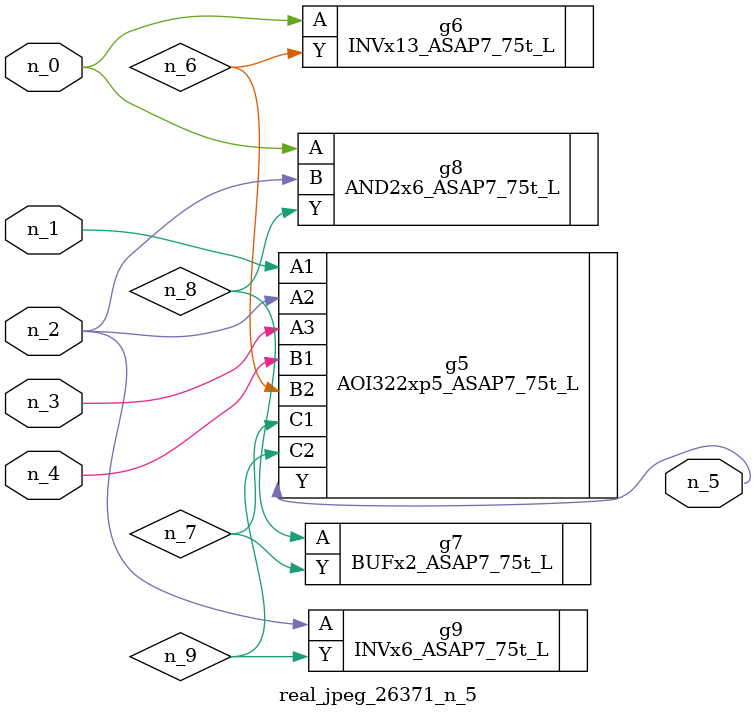
<source format=v>
module real_jpeg_26371_n_5 (n_4, n_0, n_1, n_2, n_3, n_5);

input n_4;
input n_0;
input n_1;
input n_2;
input n_3;

output n_5;

wire n_8;
wire n_6;
wire n_7;
wire n_9;

INVx13_ASAP7_75t_L g6 ( 
.A(n_0),
.Y(n_6)
);

AND2x6_ASAP7_75t_L g8 ( 
.A(n_0),
.B(n_2),
.Y(n_8)
);

AOI322xp5_ASAP7_75t_L g5 ( 
.A1(n_1),
.A2(n_2),
.A3(n_3),
.B1(n_4),
.B2(n_6),
.C1(n_7),
.C2(n_9),
.Y(n_5)
);

INVx6_ASAP7_75t_L g9 ( 
.A(n_2),
.Y(n_9)
);

BUFx2_ASAP7_75t_L g7 ( 
.A(n_8),
.Y(n_7)
);


endmodule
</source>
